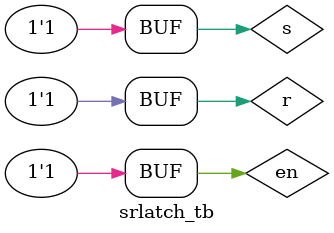
<source format=v>
module srlatch(
  input en,s,r,
   output reg q);
 always@(*)begin
   if(en == 0)begin
     q=0;
   end
   else begin
     case({s,r})
       2'b00:q=q;
       2'b01:q=1'b0;
       2'b10:q=1'b1;
       2'b11:q=~q; 
     endcase
   end
 end
endmodule


//testbench code
module srlatch_tb;
  reg en,s,r;
  wire q;
  srlatch uut(.en(en),.s(s),.r(r),.q(q));
  initial begin
    en=0;s=0;r=0;#5;
    s=0;r=1;#5;
    s=1;r=0;#5;
    s=1;r=1;#5;
    
    en=1;s=0;r=0;#5;
    s=0;r=1;#5;
    s=1;r=0;#5;
    s=1;r=1;#5;
  end
  
  initial begin
    $dumpfile("srlatch.vcd");
    $dumpvars(1,srlatch_tb);
  end
  initial begin
    $monitor("Time=%0t EN=%b S=%b R=%b Q=%b",$time,en,s,r,q);
  end
endmodule
  

</source>
